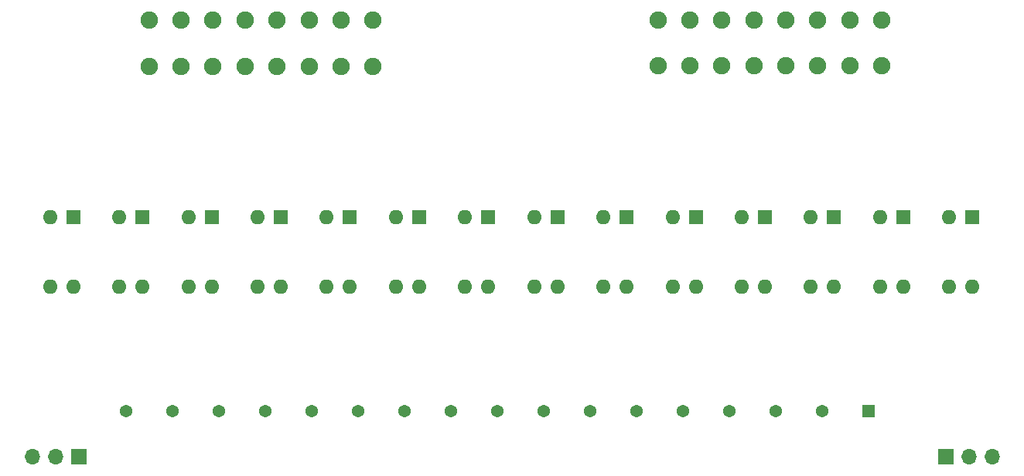
<source format=gbr>
%TF.GenerationSoftware,KiCad,Pcbnew,8.0.7*%
%TF.CreationDate,2025-04-06T16:58:41-05:00*%
%TF.ProjectId,inputs,696e7075-7473-42e6-9b69-6361645f7063,rev?*%
%TF.SameCoordinates,Original*%
%TF.FileFunction,Copper,L2,Bot*%
%TF.FilePolarity,Positive*%
%FSLAX46Y46*%
G04 Gerber Fmt 4.6, Leading zero omitted, Abs format (unit mm)*
G04 Created by KiCad (PCBNEW 8.0.7) date 2025-04-06 16:58:41*
%MOMM*%
%LPD*%
G01*
G04 APERTURE LIST*
%TA.AperFunction,ComponentPad*%
%ADD10R,1.600000X1.600000*%
%TD*%
%TA.AperFunction,ComponentPad*%
%ADD11O,1.600000X1.600000*%
%TD*%
%TA.AperFunction,ComponentPad*%
%ADD12R,1.370000X1.370000*%
%TD*%
%TA.AperFunction,ComponentPad*%
%ADD13C,1.370000*%
%TD*%
%TA.AperFunction,ComponentPad*%
%ADD14R,1.700000X1.700000*%
%TD*%
%TA.AperFunction,ComponentPad*%
%ADD15O,1.700000X1.700000*%
%TD*%
%TA.AperFunction,ComponentPad*%
%ADD16C,1.900000*%
%TD*%
G04 APERTURE END LIST*
D10*
%TO.P,U13,1*%
%TO.N,Net-(R25-Pad1)*%
X214863076Y-77742500D03*
D11*
%TO.P,U13,2*%
%TO.N,GND*%
X212323076Y-77742500D03*
%TO.P,U13,3*%
%TO.N,+24V*%
X212323076Y-85362500D03*
%TO.P,U13,4*%
%TO.N,Net-(D13-K)*%
X214863076Y-85362500D03*
%TD*%
D10*
%TO.P,U6,1*%
%TO.N,Net-(R10-Pad1)*%
X161859615Y-77742500D03*
D11*
%TO.P,U6,2*%
%TO.N,GND*%
X159319615Y-77742500D03*
%TO.P,U6,3*%
%TO.N,+24V*%
X159319615Y-85362500D03*
%TO.P,U6,4*%
%TO.N,Net-(D6-K)*%
X161859615Y-85362500D03*
%TD*%
D10*
%TO.P,U14,1*%
%TO.N,Net-(R26-Pad1)*%
X222435000Y-77742500D03*
D11*
%TO.P,U14,2*%
%TO.N,GND*%
X219895000Y-77742500D03*
%TO.P,U14,3*%
%TO.N,+24V*%
X219895000Y-85362500D03*
%TO.P,U14,4*%
%TO.N,Net-(D14-K)*%
X222435000Y-85362500D03*
%TD*%
D12*
%TO.P,J4,01,01*%
%TO.N,/out14*%
X211050000Y-99000000D03*
D13*
%TO.P,J4,02,02*%
%TO.N,/out13*%
X205970000Y-99000000D03*
%TO.P,J4,03,03*%
%TO.N,/out12*%
X200890000Y-99000000D03*
%TO.P,J4,04,04*%
%TO.N,/out11*%
X195810000Y-99000000D03*
%TO.P,J4,05,05*%
%TO.N,/out10*%
X190730000Y-99000000D03*
%TO.P,J4,06,06*%
%TO.N,/out9*%
X185650000Y-99000000D03*
%TO.P,J4,07,07*%
%TO.N,/out8*%
X180570000Y-99000000D03*
%TO.P,J4,08,08*%
%TO.N,/out7*%
X175490000Y-99000000D03*
%TO.P,J4,09,09*%
%TO.N,/out6*%
X170410000Y-99000000D03*
%TO.P,J4,10,10*%
%TO.N,/out5*%
X165330000Y-99000000D03*
%TO.P,J4,11,11*%
%TO.N,/out4*%
X160250000Y-99000000D03*
%TO.P,J4,12,12*%
%TO.N,/out3*%
X155170000Y-99000000D03*
%TO.P,J4,13,13*%
%TO.N,/out2*%
X150090000Y-99000000D03*
%TO.P,J4,14,14*%
%TO.N,/out1*%
X145010000Y-99000000D03*
%TO.P,J4,15,15*%
%TO.N,GND*%
X139930000Y-99000000D03*
%TO.P,J4,16,16*%
X134850000Y-99000000D03*
%TO.P,J4,17,17*%
%TO.N,+24V*%
X129770000Y-99000000D03*
%TD*%
D10*
%TO.P,U9,1*%
%TO.N,Net-(R17-Pad1)*%
X184575384Y-77742500D03*
D11*
%TO.P,U9,2*%
%TO.N,GND*%
X182035384Y-77742500D03*
%TO.P,U9,3*%
%TO.N,+24V*%
X182035384Y-85362500D03*
%TO.P,U9,4*%
%TO.N,Net-(D9-K)*%
X184575384Y-85362500D03*
%TD*%
D10*
%TO.P,U10,1*%
%TO.N,Net-(R18-Pad1)*%
X192147307Y-77742500D03*
D11*
%TO.P,U10,2*%
%TO.N,GND*%
X189607307Y-77742500D03*
%TO.P,U10,3*%
%TO.N,+24V*%
X189607307Y-85362500D03*
%TO.P,U10,4*%
%TO.N,Net-(D10-K)*%
X192147307Y-85362500D03*
%TD*%
D10*
%TO.P,U12,1*%
%TO.N,Net-(R20-Pad1)*%
X207291153Y-77742500D03*
D11*
%TO.P,U12,2*%
%TO.N,GND*%
X204751153Y-77742500D03*
%TO.P,U12,3*%
%TO.N,+24V*%
X204751153Y-85362500D03*
%TO.P,U12,4*%
%TO.N,Net-(D12-K)*%
X207291153Y-85362500D03*
%TD*%
D14*
%TO.P,J2,1,Pin_1*%
%TO.N,GND*%
X219500000Y-104000000D03*
D15*
%TO.P,J2,2,Pin_2*%
X222040000Y-104000000D03*
%TO.P,J2,3,Pin_3*%
%TO.N,unconnected-(J2-Pin_3-Pad3)*%
X224580000Y-104000000D03*
%TD*%
D14*
%TO.P,J1,1,Pin_1*%
%TO.N,GND*%
X124580000Y-104000000D03*
D15*
%TO.P,J1,2,Pin_2*%
X122040000Y-104000000D03*
%TO.P,J1,3,Pin_3*%
%TO.N,unconnected-(J1-Pin_3-Pad3)*%
X119500000Y-104000000D03*
%TD*%
D16*
%TO.P,J5,16,8_2*%
%TO.N,/in7*%
X156804904Y-61180799D03*
%TO.P,J5,15,8_1*%
X156804904Y-56180799D03*
%TO.P,J5,14,7_2*%
%TO.N,/in6*%
X153304903Y-61180799D03*
%TO.P,J5,13,7_1*%
X153304903Y-56180799D03*
%TO.P,J5,12,6_2*%
%TO.N,/in5*%
X149804902Y-61180799D03*
%TO.P,J5,11,6_1*%
X149804902Y-56180799D03*
%TO.P,J5,10,5_2*%
%TO.N,/in4*%
X146304902Y-61180799D03*
%TO.P,J5,9,5_1*%
X146304902Y-56180799D03*
%TO.P,J5,8,4_2*%
%TO.N,/in3*%
X142804901Y-61180799D03*
%TO.P,J5,7,4_1*%
X142804901Y-56180799D03*
%TO.P,J5,6,3_2*%
%TO.N,/in2*%
X139304901Y-61180799D03*
%TO.P,J5,5,3_1*%
X139304901Y-56180799D03*
%TO.P,J5,4,2_2*%
%TO.N,/in1*%
X135804900Y-61180799D03*
%TO.P,J5,3,2_1*%
X135804900Y-56180799D03*
%TO.P,J5,2,1_2*%
%TO.N,GND*%
X132304899Y-61180799D03*
%TO.P,J5,1,1_1*%
X132304899Y-56180799D03*
%TD*%
D10*
%TO.P,U7,1*%
%TO.N,Net-(R11-Pad1)*%
X169431538Y-77742500D03*
D11*
%TO.P,U7,2*%
%TO.N,GND*%
X166891538Y-77742500D03*
%TO.P,U7,3*%
%TO.N,+24V*%
X166891538Y-85362500D03*
%TO.P,U7,4*%
%TO.N,Net-(D7-K)*%
X169431538Y-85362500D03*
%TD*%
D10*
%TO.P,U8,1*%
%TO.N,Net-(R12-Pad1)*%
X177003461Y-77742500D03*
D11*
%TO.P,U8,2*%
%TO.N,GND*%
X174463461Y-77742500D03*
%TO.P,U8,3*%
%TO.N,+24V*%
X174463461Y-85362500D03*
%TO.P,U8,4*%
%TO.N,Net-(D8-K)*%
X177003461Y-85362500D03*
%TD*%
D10*
%TO.P,U11,1*%
%TO.N,Net-(R19-Pad1)*%
X199719230Y-77742500D03*
D11*
%TO.P,U11,2*%
%TO.N,GND*%
X197179230Y-77742500D03*
%TO.P,U11,3*%
%TO.N,+24V*%
X197179230Y-85362500D03*
%TO.P,U11,4*%
%TO.N,Net-(D11-K)*%
X199719230Y-85362500D03*
%TD*%
D10*
%TO.P,U5,1*%
%TO.N,Net-(R9-Pad1)*%
X154287692Y-77742500D03*
D11*
%TO.P,U5,2*%
%TO.N,GND*%
X151747692Y-77742500D03*
%TO.P,U5,3*%
%TO.N,+24V*%
X151747692Y-85362500D03*
%TO.P,U5,4*%
%TO.N,Net-(D5-K)*%
X154287692Y-85362500D03*
%TD*%
D10*
%TO.P,U1,1*%
%TO.N,Net-(R1-Pad1)*%
X124000000Y-77742500D03*
D11*
%TO.P,U1,2*%
%TO.N,GND*%
X121460000Y-77742500D03*
%TO.P,U1,3*%
%TO.N,+24V*%
X121460000Y-85362500D03*
%TO.P,U1,4*%
%TO.N,Net-(D1-K)*%
X124000000Y-85362500D03*
%TD*%
D10*
%TO.P,U3,1*%
%TO.N,Net-(R3-Pad1)*%
X139143846Y-77742500D03*
D11*
%TO.P,U3,2*%
%TO.N,GND*%
X136603846Y-77742500D03*
%TO.P,U3,3*%
%TO.N,+24V*%
X136603846Y-85362500D03*
%TO.P,U3,4*%
%TO.N,Net-(D3-K)*%
X139143846Y-85362500D03*
%TD*%
D10*
%TO.P,U2,1*%
%TO.N,Net-(R2-Pad1)*%
X131571923Y-77742500D03*
D11*
%TO.P,U2,2*%
%TO.N,GND*%
X129031923Y-77742500D03*
%TO.P,U2,3*%
%TO.N,+24V*%
X129031923Y-85362500D03*
%TO.P,U2,4*%
%TO.N,Net-(D2-K)*%
X131571923Y-85362500D03*
%TD*%
D10*
%TO.P,U4,1*%
%TO.N,Net-(R4-Pad1)*%
X146715769Y-77742500D03*
D11*
%TO.P,U4,2*%
%TO.N,GND*%
X144175769Y-77742500D03*
%TO.P,U4,3*%
%TO.N,+24V*%
X144175769Y-85362500D03*
%TO.P,U4,4*%
%TO.N,Net-(D4-K)*%
X146715769Y-85362500D03*
%TD*%
D16*
%TO.P,J6,16,8_2*%
%TO.N,GND*%
X212500000Y-61150399D03*
%TO.P,J6,15,8_1*%
X212500000Y-56150399D03*
%TO.P,J6,14,7_2*%
%TO.N,/in14*%
X208999999Y-61150399D03*
%TO.P,J6,13,7_1*%
X208999999Y-56150399D03*
%TO.P,J6,12,6_2*%
%TO.N,/in13*%
X205499998Y-61150399D03*
%TO.P,J6,11,6_1*%
X205499998Y-56150399D03*
%TO.P,J6,10,5_2*%
%TO.N,/in12*%
X201999998Y-61150399D03*
%TO.P,J6,9,5_1*%
X201999998Y-56150399D03*
%TO.P,J6,8,4_2*%
%TO.N,/in11*%
X198499997Y-61150399D03*
%TO.P,J6,7,4_1*%
X198499997Y-56150399D03*
%TO.P,J6,6,3_2*%
%TO.N,/in10*%
X194999997Y-61150399D03*
%TO.P,J6,5,3_1*%
X194999997Y-56150399D03*
%TO.P,J6,4,2_2*%
%TO.N,/in9*%
X191499996Y-61150399D03*
%TO.P,J6,3,2_1*%
X191499996Y-56150399D03*
%TO.P,J6,2,1_2*%
%TO.N,/in8*%
X187999995Y-61150399D03*
%TO.P,J6,1,1_1*%
X187999995Y-56150399D03*
%TD*%
M02*

</source>
